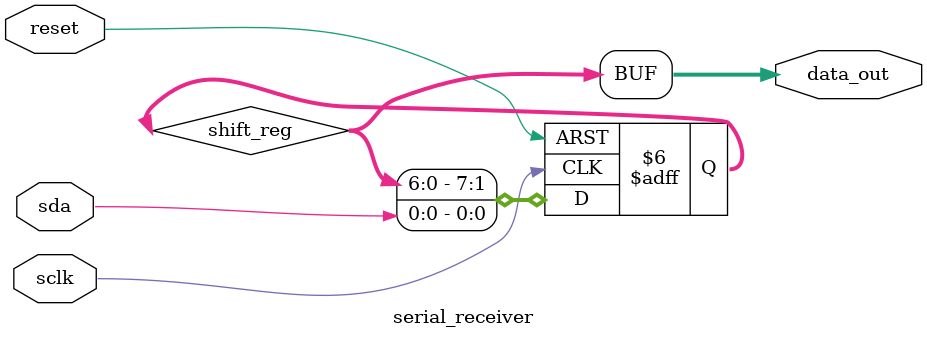
<source format=v>
/*------------------------------------------------------------------------
 Golden Top (.ucf) of Main FPGA on SAKURA-G (SAKURA-G-R1)

 Copyright (C) 2012,2013 MORITA TECH CO.,LTD.

 File name      : sakura_g_main_top.v
 Version        : 1.0
 Date           : Aug/19/2013
 Board Revision : SAKURA-G-R1
 ------------------------------------------------------------------------*/
`define CLOG2(x) \
((x <= 1) || (x > 512)) ? 0 : \
(x <= 2) ? 1 : \
(x <= 4) ? 2 : \
(x <= 8) ? 3 : \
(x <= 16) ? 4 : \
(x <= 32) ? 5 : \
(x <= 64) ? 6 : \
(x <= 128) ? 7: \
(x <= 256) ? 8: \
(x <= 512) ? 9 : 0

`define MAX(p,q) (p)>(q)?(p):(q)
`define MIN(p,q) (p)<(q)?(p):(q)


module sca_unlock_top
(
    /* Clock, Reset */
    input wire         M_CLK_OSC,
    // output wire        M_CLK_INH_B,
    inout wire         M_CLK_EXT0_P,
    inout wire         M_CLK_EXT0_N,
    input wire         M_RESET_B,

    /* User LED */
    output wire [9:0]  M_LED,

    /* User Push Switch */
    // input wire [1:0]   M_PUSHSW,

    /* User DIP Switch */
    // input wire [7:0]   M_DIPSW,

    /* User Header Pin */
    inout wire [1:0]  M_HEADER,
    //inout wire         M_HEADER_CLK_P,
    inout wire         M_HEADER_CLK_N,

    /* USB I/F (FT2232H) */
    // input wire         FTDI_BCBUS0_RXF_B,
    // input wire         FTDI_BCBUS1_TXE_B,
    // output wire        FTDI_BCBUS2_RD_B,
    // output wire        FTDI_BCBUS3_WR_B,
    // output wire        FTDI_BCBUS4_SIWUB,
    // input wire         FTDI_BCBUS5,
    // input wire         FTDI_BCBUS6,
    // output wire        FTDI_BCBUS7_PWRSAV_B,
    inout wire [7:0]   FTDI_BDBUS
    // input wire         FTDI_PWREN_B,
    // input wire         FTDI_SUSPEND_B,
    // output wire        M_FTDI_RESET_B,

    /* FPGA Interconnect */
    // inout wire [50:0]  MC_IC_D,

    /* Main FPGA Configuration */
    // output wire        M_CCLK_R0,
    // output wire        M_CSO_B,
    // output wire        M_D0_DIN_MISO,
    // input wire         M_D1,
    // input wire         M_D2,
    // input wire         M_D3,
    // input wire         M_D4,
    // input wire         M_D5,
    // input wire         M_D6,
    // input wire         M_D7,
    // output wire        M_DOUT_BUSY,
    // input wire         M_HSWAPEN,
    // output wire        M_INIT_B,
    // input wire         M_M0,
    // input wire         M_M1,
    // output wire        M_MOSI_CSI_B,
    // output wire        M_RDWR_B,

    /* Reserved I/O */
    // inout wire         M_RSVIO_0_P,
    // inout wire         M_RSVIO_0_N
    );

    reg flip_clk;
    reg [6:0] counter;
    always @(posedge M_CLK_OSC) begin
        if (counter == 16) begin
            counter <= 0;
            flip_clk <= ~flip_clk;
        end
        else begin
            counter <= counter + 1;
        end
    end
    
    //assign flip_clk = M_CLK_EXT0_P;
    assign M_CLK_EXT0_N = flip_clk;
    
    wire [9:0] leds;
    sca_unlock u0 (
        flip_clk,
        FTDI_BDBUS[2],
        leds,
        FTDI_BDBUS[0],
        FTDI_BDBUS[1]
        );
         
//   parameter num_instance = 100;
//   
//   wire [9:0] leds [num_instance -1 :0];
//   genvar i;
//   generate
//       for ( i = 0; i < num_instance; i = i+1 ) begin
//            sca_unlock u0 (   /* Clock, Reset */
//                //input wire         M_CLK_OSC,
//                // output wire        M_CLK_INH_B,
//                M_CLK_EXT0_P,
//                M_CLK_EXT0_N,
//                M_RESET_B,

//               /* User LED */
//                leds[i],
//                M_HEADER[1:0],
//                M_HEADER_CLK_N
//                );
//       end
//    endgenerate
    assign M_LED = leds;
endmodule

module sca_unlock (
    input wire flip_clk,
    input wire reset,
    output wire [9:0] M_LED,
    input wire sca_data,
    input wire sca_clk
    );

    parameter num_ins = 51;
    parameter num_outs = 7;

    localparam integer num_ins_log2 = (`CLOG2(num_ins));
    localparam integer shift_reg_num_bytes = (num_ins_log2 / 8) + 1 + 2;
    localparam integer shift_reg_len = shift_reg_num_bytes * 8;

    wire [shift_reg_len-1:0] w_shift_reg;

    serial_receiver #(shift_reg_len) SR (sca_data, sca_clk, reset, w_shift_reg);

    reg [num_ins-1:0] dut_inputs = 0;
    wire [num_outs-1:0] dut_outputs;
    reg [num_outs-1:0] r_dut_outputs = 0;

    // Design under test instantiation
    c432_xor15 dut(dut_inputs, dut_outputs);

    // connect leds
    (* keep = "true" *) wire flip_all_out;
    assign flip_all_out = ^dut_outputs[num_outs-1:0];
    assign M_LED[9] = 0;
    reg [15:0] flipbit_index = 0;
    //assign M_LED[8] = flip_clk;
    assign M_LED[7] = reset;
    assign M_LED[6] = sca_data;
    assign M_LED[5] = sca_clk;
    assign M_LED[4:0] = 0;
    
    integer i;    
    // DUT controller
    always @(posedge flip_clk or negedge reset) begin
        if (~reset) begin
            flipbit_index <= 0;
            dut_inputs <= 0;
        end
        else begin
            r_dut_outputs <= dut_outputs;
            for (i = 0; i < 16; i = i+1) begin
                flipbit_index[i] <= w_shift_reg[shift_reg_len - 1 - i];
            end
            dut_inputs[shift_reg_len - 17 : 0] <= w_shift_reg[shift_reg_len - 17: 0];
            dut_inputs[flipbit_index] <= ~dut_inputs[flipbit_index];
	      end
    end
endmodule


module serial_receiver 
    #(
    parameter data_len = 8
    )(
    input wire sda,
    input wire sclk,
    input wire reset,
    output wire [data_len-1 : 0] data_out
    );

    reg [data_len-1 : 0] shift_reg = 0;

    assign data_out = shift_reg;
    
    integer k;
    always @(negedge sclk or negedge reset) begin
        if (~reset) begin
            shift_reg <= 0;
        end
        else begin
            shift_reg[0] <= sda;
            for (k = 0; k < data_len - 1; k = k + 1) begin
                shift_reg[k + 1] <= shift_reg[k];
            end
        end
    end

endmodule





</source>
